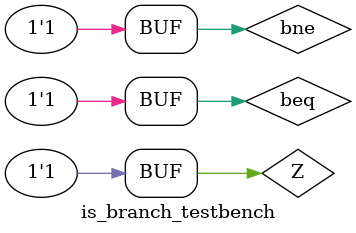
<source format=v>
`define DELAY 20
module is_branch_testbench();

reg beq, bne, Z;
wire out;

is_branch is_branch_test (beq, bne, Z, out);

initial begin
	beq = 1'b0;
	bne = 1'b0;
	Z = 1'b0;
	#`DELAY;
	
	beq = 1'b0;
	bne = 1'b0;
	Z = 1'b1;
	#`DELAY;
	
	beq = 1'b0;
	bne = 1'b1;
	Z = 1'b0;
	#`DELAY;
	
	beq = 1'b0;
	bne = 1'b1;
	Z = 1'b1;
	#`DELAY;
	
	beq = 1'b1;
	bne = 1'b0;
	Z = 1'b0;
	#`DELAY;
	
	beq = 1'b1;
	bne = 1'b0;
	Z = 1'b1;
	#`DELAY;
	
	beq = 1'b1;
	bne = 1'b1;
	Z = 1'b0;
	#`DELAY;
	
	beq = 1'b1;
	bne = 1'b1;
	Z = 1'b1;
	#`DELAY;
end

initial begin
	$monitor("beq=%1b, bne%1b, Z%1b, out%1b", beq, bne, Z, out);
end

endmodule

</source>
